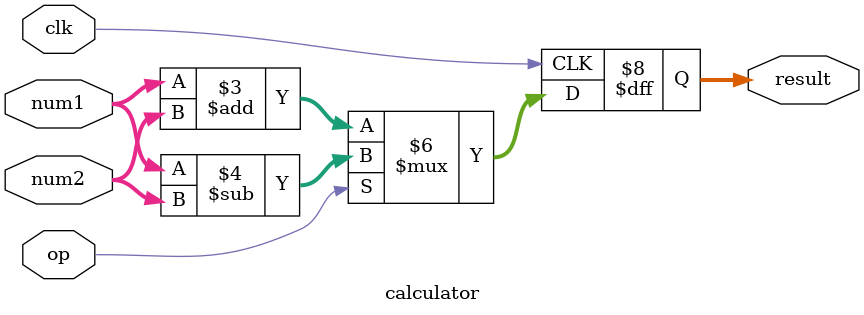
<source format=v>
module calculator(
    input clk,
    input op,
    input [3:0] num1,
    input [3:0] num2,
    output reg [3:0] result
);

always @(posedge clk) begin
    if (op == 0) begin
        result <= num1 + num2;
    end else begin
        result <= num1 - num2;
    end
end

endmodule
</source>
